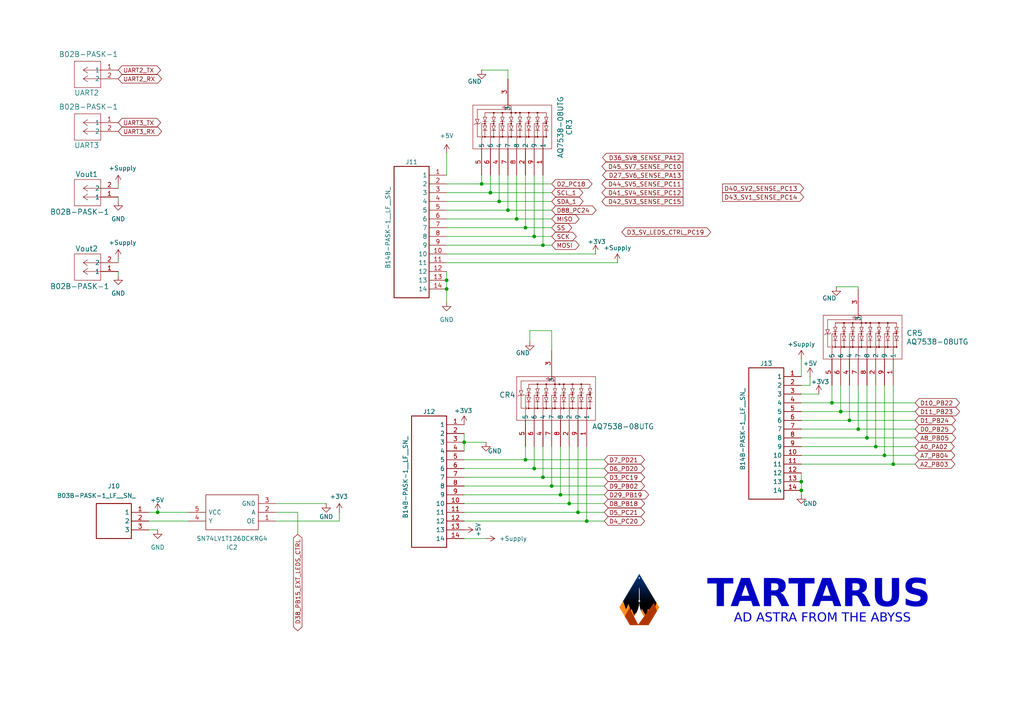
<source format=kicad_sch>
(kicad_sch (version 20250114) (generator "eeschema") (generator_version "9.0")
  (paper "A4")
  (lib_symbols
    (symbol "AQ7538-08UTG_2" (pin_names (offset 0.254))
      (property "Reference" "CR" (at 12.7 17.78 0))
      (property "Value" "AQ7538-08UTG" (at 12.7 15.24 0))
      (symbol "AQ7538-08UTG_2_0_1"
        (pin unspecified line (at 0 0 0) (length 7.62) (name "3") (number "3"))
        (pin unspecified line (at 27.94 10.16 180) (length 7.62) (name "1") (number "1"))
        (pin unspecified line (at 27.94 7.62 180) (length 7.62) (name "9") (number "9"))
        (pin unspecified line (at 27.94 5.08 180) (length 7.62) (name "2") (number "2"))
        (pin unspecified line (at 27.94 2.54 180) (length 7.62) (name "8") (number "8"))
        (pin unspecified line (at 27.94 0 180) (length 7.62) (name "7") (number "7"))
        (pin unspecified line (at 27.94 -2.54 180) (length 7.62) (name "4") (number "4"))
        (pin unspecified line (at 27.94 -5.08 180) (length 7.62) (name "6") (number "6"))
        (pin unspecified line (at 27.94 -7.62 180) (length 7.62) (name "5") (number "5"))
      )
    )
    (symbol "AQ7538-08UTG_3" (pin_names (offset 0.254))
      (property "Reference" "CR" (at 12.7 17.78 0))
      (property "Value" "AQ7538-08UTG" (at 12.7 15.24 0))
      (symbol "AQ7538-08UTG_3_0_1"
        (pin unspecified line (at 0 0 0) (length 7.62) (name "3") (number "3"))
        (pin unspecified line (at 27.94 10.16 180) (length 7.62) (name "1") (number "1"))
        (pin unspecified line (at 27.94 7.62 180) (length 7.62) (name "9") (number "9"))
        (pin unspecified line (at 27.94 5.08 180) (length 7.62) (name "2") (number "2"))
        (pin unspecified line (at 27.94 2.54 180) (length 7.62) (name "8") (number "8"))
        (pin unspecified line (at 27.94 0 180) (length 7.62) (name "7") (number "7"))
        (pin unspecified line (at 27.94 -2.54 180) (length 7.62) (name "4") (number "4"))
        (pin unspecified line (at 27.94 -5.08 180) (length 7.62) (name "6") (number "6"))
        (pin unspecified line (at 27.94 -7.62 180) (length 7.62) (name "5") (number "5"))
      )
    )
    (symbol "AQ7538_08UTG:AQ7538-08UTG" (pin_names (offset 0.254))
      (property "Reference" "CR" (at 12.7 17.78 0))
      (property "Value" "AQ7538-08UTG" (at 12.7 15.24 0))
      (symbol "AQ7538-08UTG_0_1"
        (pin unspecified line (at 0 0 0) (length 7.62) (name "3") (number "3"))
        (pin unspecified line (at 27.94 10.16 180) (length 7.62) (name "1") (number "1"))
        (pin unspecified line (at 27.94 7.62 180) (length 7.62) (name "9") (number "9"))
        (pin unspecified line (at 27.94 5.08 180) (length 7.62) (name "2") (number "2"))
        (pin unspecified line (at 27.94 2.54 180) (length 7.62) (name "8") (number "8"))
        (pin unspecified line (at 27.94 0 180) (length 7.62) (name "7") (number "7"))
        (pin unspecified line (at 27.94 -2.54 180) (length 7.62) (name "4") (number "4"))
        (pin unspecified line (at 27.94 -5.08 180) (length 7.62) (name "6") (number "6"))
        (pin unspecified line (at 27.94 -7.62 180) (length 7.62) (name "5") (number "5"))
      )
    )
    (symbol "B03B-PASK-1_LF__SN_:B03B-PASK-1_LF__SN_"
      (property "Reference" "J" (at 16.51 7.62 0))
      (property "Value" "B03B-PASK-1_LF__SN_" (at 16.51 5.08 0))
      (symbol "B03B-PASK-1_LF__SN__1_1"
        (pin passive line (at 0 0 0) (length 5.08) (name "3") (number "3"))
        (pin passive line (at 0 -2.54 0) (length 5.08) (name "2") (number "2"))
        (pin passive line (at 0 -5.08 0) (length 5.08) (name "1") (number "1"))
      )
    )
    (symbol "B14B-PASK-1__LF__SN_:B14B-PASK-1__LF__SN_"
      (property "Reference" "J9" (at 10.16 -36.83 0))
      (property "Value" "B14B-PASK-1__LF__SN_" (at 17.018 -17.78 90))
      (symbol "B14B-PASK-1__LF__SN__1_1"
        (pin passive line (at 0 0 0) (length 5.08) (name "14") (number "14"))
        (pin passive line (at 0 -2.54 0) (length 5.08) (name "13") (number "13"))
        (pin passive line (at 0 -5.08 0) (length 5.08) (name "12") (number "12"))
        (pin passive line (at 0 -7.62 0) (length 5.08) (name "11") (number "11"))
        (pin passive line (at 0 -10.16 0) (length 5.08) (name "10") (number "10"))
        (pin passive line (at 0 -12.7 0) (length 5.08) (name "9") (number "9"))
        (pin passive line (at 0 -15.24 0) (length 5.08) (name "8") (number "8"))
        (pin passive line (at 0 -17.78 0) (length 5.08) (name "7") (number "7"))
        (pin passive line (at 0 -20.32 0) (length 5.08) (name "6") (number "6"))
        (pin passive line (at 0 -22.86 0) (length 5.08) (name "5") (number "5"))
        (pin passive line (at 0 -25.4 0) (length 5.08) (name "4") (number "4"))
        (pin passive line (at 0 -27.94 0) (length 5.08) (name "3") (number "3"))
        (pin passive line (at 0 -30.48 0) (length 5.08) (name "2") (number "2"))
        (pin passive line (at 0 -33.02 0) (length 5.08) (name "1") (number "1"))
      )
    )
    (symbol "Cosmos Schematic Symbols_V2:B02B-PASK-1" (pin_names (offset 0.254))
      (property "Reference" "J" (at 8.636 3.556 0))
      (property "Value" "B02B-PASK-1" (at 9.144 -6.604 0))
      (symbol "B02B-PASK-1_1_1"
        (pin unspecified line (at 0 0 0) (length 5.08) (name "1") (number "1"))
        (pin unspecified line (at 0 -2.54 0) (length 5.08) (name "2") (number "2"))
      )
      (symbol "B02B-PASK-1_1_2"
        (pin unspecified line (at 0 0 0) (length 5.08) (name "1") (number "1"))
        (pin unspecified line (at 0 -2.54 0) (length 5.08) (name "2") (number "2"))
      )
    )
    (symbol "SN74LV1T126DCKRG4:SN74LV1T126DCKRG4" (pin_names (offset 0.762))
      (property "Reference" "IC" (at 21.59 7.62 0))
      (property "Value" "SN74LV1T126DCKRG4" (at 21.59 5.08 0))
      (symbol "SN74LV1T126DCKRG4_0_0"
        (pin passive line (at 0 0 0) (length 5.08) (name "OE") (number "1"))
        (pin passive line (at 0 -2.54 0) (length 5.08) (name "A") (number "2"))
        (pin passive line (at 0 -5.08 0) (length 5.08) (name "GND") (number "3"))
        (pin passive line (at 25.4 0 180) (length 5.08) (name "Y") (number "4"))
        (pin passive line (at 25.4 -2.54 180) (length 5.08) (name "VCC") (number "5"))
      )
    )
    (symbol "power:+12V" (power) (pin_numbers (hide yes)) (pin_names (offset 0) (hide yes))
      (property "Value" "+12V" (at 0 3.556 0))
      (symbol "+12V_1_1"
        (pin power_in line (at 0 0 90) (length 0) (name "~") (number "1"))
      )
    )
    (symbol "power:+3.3V" (power) (pin_numbers (hide yes)) (pin_names (offset 0) (hide yes))
      (property "Value" "+3.3V" (at 0 3.556 0))
      (symbol "+3.3V_1_1"
        (pin power_in line (at 0 0 90) (length 0) (name "~") (number "1"))
      )
    )
    (symbol "power:+3V3" (power) (pin_numbers (hide yes)) (pin_names (offset 0) (hide yes))
      (property "Value" "+3V3" (at 0 3.556 0))
      (symbol "+3V3_1_1"
        (pin power_in line (at 0 0 90) (length 0) (name "~") (number "1"))
      )
    )
    (symbol "power:+5V" (power) (pin_numbers (hide yes)) (pin_names (offset 0) (hide yes))
      (property "Value" "+5V" (at 0 3.556 0))
      (symbol "+5V_1_1"
        (pin power_in line (at 0 0 90) (length 0) (name "~") (number "1"))
      )
    )
    (symbol "power:GND" (power) (pin_numbers (hide yes)) (pin_names (offset 0) (hide yes))
      (property "Value" "GND" (at 0 -3.81 0))
      (symbol "GND_1_1"
        (pin power_in line (at 0 0 270) (length 0) (name "~") (number "1"))
      )
    )
  )
  (text "AD ASTRA FROM THE ABYSS" (at 238.506 180.086 0) (effects (font (size 2.6 2.6))))
  (text "TARTARUS" (at 237.49 174.752 0) (effects (font (size 8 8) (thickness 1.6) (bold yes))))
  (junction (at 167.64 148.59))
  (junction (at 256.54 132.08))
  (junction (at 165.1 146.05))
  (junction (at 243.84 119.38))
  (junction (at 160.02 140.97))
  (junction (at 152.4 66.04))
  (junction (at 157.48 71.12))
  (junction (at 248.92 124.46))
  (junction (at 154.94 68.58))
  (junction (at 246.38 121.92))
  (junction (at 129.54 81.28))
  (junction (at 254 129.54))
  (junction (at 162.56 143.51))
  (junction (at 134.62 128.27))
  (junction (at 170.18 151.13))
  (junction (at 149.86 63.5))
  (junction (at 232.41 139.7))
  (junction (at 154.94 135.89))
  (junction (at 45.72 148.59))
  (junction (at 259.08 134.62))
  (junction (at 232.41 142.24))
  (junction (at 241.3 116.84))
  (junction (at 251.46 127))
  (junction (at 144.78 58.42))
  (junction (at 157.48 138.43))
  (junction (at 147.32 60.96))
  (junction (at 139.7 53.34))
  (junction (at 142.24 55.88))
  (junction (at 152.4 133.35))
  (junction (at 129.54 83.82))
  (wire (pts (xy 243.84 119.38) (xy 265.43 119.38)))
  (wire (pts (xy 256.54 132.08) (xy 265.43 132.08)))
  (wire (pts (xy 232.41 132.08) (xy 256.54 132.08)))
  (wire (pts (xy 134.62 146.05) (xy 165.1 146.05)))
  (wire (pts (xy 139.7 53.34) (xy 160.02 53.34)))
  (wire (pts (xy 129.54 55.88) (xy 142.24 55.88)))
  (wire (pts (xy 134.62 133.35) (xy 152.4 133.35)))
  (wire (pts (xy 147.32 20.32) (xy 147.32 22.86)))
  (wire (pts (xy 149.86 63.5) (xy 160.02 63.5)))
  (wire (pts (xy 157.48 71.12) (xy 160.02 71.12)))
  (wire (pts (xy 142.24 50.8) (xy 142.24 55.88)))
  (wire (pts (xy 154.94 50.8) (xy 154.94 68.58)))
  (wire (pts (xy 232.41 111.76) (xy 234.95 111.76)))
  (wire (pts (xy 34.29 57.15) (xy 34.29 58.42)))
  (wire (pts (xy 232.41 129.54) (xy 254 129.54)))
  (wire (pts (xy 134.62 156.21) (xy 140.97 156.21)))
  (wire (pts (xy 254 129.54) (xy 265.43 129.54)))
  (wire (pts (xy 144.78 58.42) (xy 160.02 58.42)))
  (wire (pts (xy 251.46 127) (xy 265.43 127)))
  (wire (pts (xy 152.4 129.54) (xy 152.4 133.35)))
  (wire (pts (xy 134.62 140.97) (xy 160.02 140.97)))
  (wire (pts (xy 246.38 121.92) (xy 265.43 121.92)))
  (wire (pts (xy 129.54 58.42) (xy 144.78 58.42)))
  (wire (pts (xy 147.32 50.8) (xy 147.32 60.96)))
  (wire (pts (xy 34.29 53.34) (xy 34.29 54.61)))
  (wire (pts (xy 251.46 111.76) (xy 251.46 127)))
  (wire (pts (xy 232.41 114.3) (xy 237.49 114.3)))
  (wire (pts (xy 98.425 151.13) (xy 98.425 148.59)))
  (wire (pts (xy 153.67 95.885) (xy 160.02 95.885)))
  (wire (pts (xy 170.18 151.13) (xy 175.26 151.13)))
  (wire (pts (xy 129.54 60.96) (xy 147.32 60.96)))
  (wire (pts (xy 259.08 134.62) (xy 265.43 134.62)))
  (wire (pts (xy 232.41 104.14) (xy 232.41 109.22)))
  (wire (pts (xy 144.78 50.8) (xy 144.78 58.42)))
  (wire (pts (xy 232.41 127) (xy 251.46 127)))
  (wire (pts (xy 234.95 109.22) (xy 234.95 111.76)))
  (wire (pts (xy 248.92 124.46) (xy 265.43 124.46)))
  (wire (pts (xy 129.54 71.12) (xy 157.48 71.12)))
  (wire (pts (xy 134.62 151.13) (xy 170.18 151.13)))
  (wire (pts (xy 232.41 124.46) (xy 248.92 124.46)))
  (wire (pts (xy 34.29 78.74) (xy 34.29 80.01)))
  (wire (pts (xy 129.54 44.45) (xy 129.54 50.8)))
  (wire (pts (xy 129.54 81.28) (xy 129.54 83.82)))
  (wire (pts (xy 259.08 111.76) (xy 259.08 134.62)))
  (wire (pts (xy 134.62 138.43) (xy 157.48 138.43)))
  (wire (pts (xy 129.54 68.58) (xy 154.94 68.58)))
  (wire (pts (xy 134.62 128.27) (xy 140.97 128.27)))
  (wire (pts (xy 232.41 116.84) (xy 241.3 116.84)))
  (wire (pts (xy 80.01 151.13) (xy 98.425 151.13)))
  (wire (pts (xy 157.48 129.54) (xy 157.48 138.43)))
  (wire (pts (xy 157.48 138.43) (xy 175.26 138.43)))
  (wire (pts (xy 147.32 60.96) (xy 160.02 60.96)))
  (wire (pts (xy 129.54 66.04) (xy 152.4 66.04)))
  (wire (pts (xy 162.56 129.54) (xy 162.56 143.51)))
  (wire (pts (xy 129.54 83.82) (xy 129.54 87.63)))
  (wire (pts (xy 134.62 128.27) (xy 134.62 130.81)))
  (wire (pts (xy 153.67 99.06) (xy 153.67 95.885)))
  (wire (pts (xy 154.94 68.58) (xy 160.02 68.58)))
  (wire (pts (xy 232.41 119.38) (xy 243.84 119.38)))
  (wire (pts (xy 160.02 129.54) (xy 160.02 140.97)))
  (wire (pts (xy 165.1 146.05) (xy 175.26 146.05)))
  (wire (pts (xy 256.54 111.76) (xy 256.54 132.08)))
  (wire (pts (xy 246.38 111.76) (xy 246.38 121.92)))
  (wire (pts (xy 232.41 121.92) (xy 246.38 121.92)))
  (wire (pts (xy 34.29 74.93) (xy 34.29 76.2)))
  (wire (pts (xy 45.72 148.59) (xy 43.18 148.59)))
  (wire (pts (xy 129.54 78.74) (xy 129.54 81.28)))
  (wire (pts (xy 248.92 83.185) (xy 248.92 83.82)))
  (wire (pts (xy 160.02 95.885) (xy 160.02 101.6)))
  (wire (pts (xy 167.64 129.54) (xy 167.64 148.59)))
  (wire (pts (xy 170.18 129.54) (xy 170.18 151.13)))
  (wire (pts (xy 142.24 55.88) (xy 160.02 55.88)))
  (wire (pts (xy 241.3 111.76) (xy 241.3 116.84)))
  (wire (pts (xy 248.92 111.76) (xy 248.92 124.46)))
  (wire (pts (xy 165.1 129.54) (xy 165.1 146.05)))
  (wire (pts (xy 232.41 139.7) (xy 232.41 142.24)))
  (wire (pts (xy 134.62 148.59) (xy 167.64 148.59)))
  (wire (pts (xy 149.86 50.8) (xy 149.86 63.5)))
  (wire (pts (xy 157.48 50.8) (xy 157.48 71.12)))
  (wire (pts (xy 129.54 63.5) (xy 149.86 63.5)))
  (wire (pts (xy 54.61 148.59) (xy 45.72 148.59)))
  (wire (pts (xy 80.01 146.05) (xy 94.615 146.05)))
  (wire (pts (xy 232.41 142.24) (xy 232.41 143.51)))
  (wire (pts (xy 162.56 143.51) (xy 175.26 143.51)))
  (wire (pts (xy 139.7 50.8) (xy 139.7 53.34)))
  (wire (pts (xy 86.36 148.59) (xy 86.36 154.94)))
  (wire (pts (xy 241.3 116.84) (xy 265.43 116.84)))
  (wire (pts (xy 152.4 133.35) (xy 175.26 133.35)))
  (wire (pts (xy 232.41 134.62) (xy 259.08 134.62)))
  (wire (pts (xy 129.54 73.66) (xy 172.72 73.66)))
  (wire (pts (xy 129.54 76.2) (xy 179.07 76.2)))
  (wire (pts (xy 43.18 151.13) (xy 54.61 151.13)))
  (wire (pts (xy 242.57 83.185) (xy 248.92 83.185)))
  (wire (pts (xy 43.18 153.67) (xy 45.72 153.67)))
  (wire (pts (xy 134.62 143.51) (xy 162.56 143.51)))
  (wire (pts (xy 152.4 66.04) (xy 160.02 66.04)))
  (wire (pts (xy 152.4 50.8) (xy 152.4 66.04)))
  (wire (pts (xy 129.54 53.34) (xy 139.7 53.34)))
  (wire (pts (xy 167.64 148.59) (xy 175.26 148.59)))
  (wire (pts (xy 134.62 135.89) (xy 154.94 135.89)))
  (wire (pts (xy 254 111.76) (xy 254 129.54)))
  (wire (pts (xy 139.7 20.32) (xy 147.32 20.32)))
  (wire (pts (xy 154.94 135.89) (xy 175.26 135.89)))
  (wire (pts (xy 160.02 140.97) (xy 175.26 140.97)))
  (wire (pts (xy 243.84 111.76) (xy 243.84 119.38)))
  (wire (pts (xy 232.41 137.16) (xy 232.41 139.7)))
  (wire (pts (xy 80.01 148.59) (xy 86.36 148.59)))
  (wire (pts (xy 154.94 129.54) (xy 154.94 135.89)))
  (wire (pts (xy 134.62 125.73) (xy 134.62 128.27)))
  (image (at 185.42 175.26) (scale 0.0421478))
  (global_label "D2_PC18" (shape bidirectional) (at 160.02 53.34 0) (effects (font (size 1.2446 1.2446))) (property "Intersheetrefs" "${INTERSHEET_REFS}" (effects (hide yes))))
  (global_label "A2_PB03" (shape bidirectional) (at 265.43 134.62 0) (effects (font (size 1.2446 1.2446))) (property "Intersheetrefs" "${INTERSHEET_REFS}" (effects (hide yes))))
  (global_label "D45_SV7_SENSE_PC10" (shape output) (at 198.12 48.26 180) (property "Intersheetrefs" "${INTERSHEET_REFS}" (effects (hide yes))))
  (global_label "D36_SV8_SENSE_PA12" (shape output) (at 198.12 45.72 180) (property "Intersheetrefs" "${INTERSHEET_REFS}" (effects (hide yes))))
  (global_label "D3_PC19" (shape bidirectional) (at 175.26 138.43 0) (effects (font (size 1.2446 1.2446))) (property "Intersheetrefs" "${INTERSHEET_REFS}" (effects (hide yes))))
  (global_label "D0_PB25" (shape bidirectional) (at 265.43 124.46 0) (effects (font (size 1.2446 1.2446))) (property "Intersheetrefs" "${INTERSHEET_REFS}" (effects (hide yes))))
  (global_label "D8_PB18" (shape bidirectional) (at 175.26 146.05 0) (effects (font (size 1.2446 1.2446))) (property "Intersheetrefs" "${INTERSHEET_REFS}" (effects (hide yes))))
  (global_label "UART2_TX" (shape bidirectional) (at 34.29 20.32 0) (effects (font (size 1.2446 1.2446))) (property "Intersheetrefs" "${INTERSHEET_REFS}" (effects (hide yes))))
  (global_label "D5_PC21" (shape bidirectional) (at 175.26 148.59 0) (effects (font (size 1.2446 1.2446))) (property "Intersheetrefs" "${INTERSHEET_REFS}" (effects (hide yes))))
  (global_label "D6_PD20" (shape bidirectional) (at 175.26 135.89 0) (effects (font (size 1.2446 1.2446))) (property "Intersheetrefs" "${INTERSHEET_REFS}" (effects (hide yes))))
  (global_label "UART3_RX" (shape bidirectional) (at 34.29 38.1 0) (effects (font (size 1.2446 1.2446))) (property "Intersheetrefs" "${INTERSHEET_REFS}" (effects (hide yes))))
  (global_label "D3_SV_LEDS_CTRL_PC19" (shape bidirectional) (at 180.34 67.31 0) (effects (font (size 1.2446 1.2446))) (property "Intersheetrefs" "${INTERSHEET_REFS}" (effects (hide yes))))
  (global_label "SCK" (shape bidirectional) (at 160.02 68.58 0) (effects (font (size 1.2446 1.2446))) (property "Intersheetrefs" "${INTERSHEET_REFS}" (effects (hide yes))))
  (global_label "D1_PB24" (shape bidirectional) (at 265.43 121.92 0) (effects (font (size 1.2446 1.2446))) (property "Intersheetrefs" "${INTERSHEET_REFS}" (effects (hide yes))))
  (global_label "D44_SV5_SENSE_PC11" (shape output) (at 198.12 53.34 180) (property "Intersheetrefs" "${INTERSHEET_REFS}" (effects (hide yes))))
  (global_label "D42_SV3_SENSE_PC15" (shape output) (at 198.12 58.42 180) (property "Intersheetrefs" "${INTERSHEET_REFS}" (effects (hide yes))))
  (global_label "D9_PB02" (shape bidirectional) (at 175.26 140.97 0) (effects (font (size 1.2446 1.2446))) (property "Intersheetrefs" "${INTERSHEET_REFS}" (effects (hide yes))))
  (global_label "D40_SV2_SENSE_PC13" (shape output) (at 209.55 54.61 0) (property "Intersheetrefs" "${INTERSHEET_REFS}" (effects (hide yes))))
  (global_label "D27_SV6_SENSE_PA13" (shape output) (at 198.12 50.8 180) (property "Intersheetrefs" "${INTERSHEET_REFS}" (effects (hide yes))))
  (global_label "D41_SV4_SENSE_PC12" (shape output) (at 198.12 55.88 180) (property "Intersheetrefs" "${INTERSHEET_REFS}" (effects (hide yes))))
  (global_label "A0_PA02" (shape bidirectional) (at 265.43 129.54 0) (effects (font (size 1.2446 1.2446))) (property "Intersheetrefs" "${INTERSHEET_REFS}" (effects (hide yes))))
  (global_label "SCL_1" (shape bidirectional) (at 160.02 55.88 0) (effects (font (size 1.2446 1.2446))) (property "Intersheetrefs" "${INTERSHEET_REFS}" (effects (hide yes))))
  (global_label "D88_PC24" (shape bidirectional) (at 160.02 60.96 0) (effects (font (size 1.2446 1.2446))) (property "Intersheetrefs" "${INTERSHEET_REFS}" (effects (hide yes))))
  (global_label "D11_PB23" (shape bidirectional) (at 265.43 119.38 0) (effects (font (size 1.2446 1.2446))) (property "Intersheetrefs" "${INTERSHEET_REFS}" (effects (hide yes))))
  (global_label "UART3_TX" (shape bidirectional) (at 34.29 35.56 0) (effects (font (size 1.2446 1.2446))) (property "Intersheetrefs" "${INTERSHEET_REFS}" (effects (hide yes))))
  (global_label "D43_SV1_SENSE_PC14" (shape output) (at 209.55 57.15 0) (property "Intersheetrefs" "${INTERSHEET_REFS}" (effects (hide yes))))
  (global_label "D7_PD21" (shape bidirectional) (at 175.26 133.35 0) (effects (font (size 1.2446 1.2446))) (property "Intersheetrefs" "${INTERSHEET_REFS}" (effects (hide yes))))
  (global_label "A7_PB04" (shape bidirectional) (at 265.43 132.08 0) (effects (font (size 1.2446 1.2446))) (property "Intersheetrefs" "${INTERSHEET_REFS}" (effects (hide yes))))
  (global_label "D38_PB15_EXT_LEDS_CTRL" (shape bidirectional) (at 86.36 154.94 270) (effects (font (size 1.2446 1.2446))) (property "Intersheetrefs" "${INTERSHEET_REFS}" (effects (hide yes))))
  (global_label "SS" (shape bidirectional) (at 160.02 66.04 0) (effects (font (size 1.2446 1.2446))) (property "Intersheetrefs" "${INTERSHEET_REFS}" (effects (hide yes))))
  (global_label "A8_PB05" (shape bidirectional) (at 265.43 127 0) (property "Intersheetrefs" "${INTERSHEET_REFS}" (effects (hide yes))))
  (global_label "MOSI" (shape bidirectional) (at 160.02 71.12 0) (effects (font (size 1.2446 1.2446))) (property "Intersheetrefs" "${INTERSHEET_REFS}" (effects (hide yes))))
  (global_label "D10_PB22" (shape bidirectional) (at 265.43 116.84 0) (effects (font (size 1.2446 1.2446))) (property "Intersheetrefs" "${INTERSHEET_REFS}" (effects (hide yes))))
  (global_label "UART2_RX" (shape bidirectional) (at 34.29 22.86 0) (effects (font (size 1.2446 1.2446))) (property "Intersheetrefs" "${INTERSHEET_REFS}" (effects (hide yes))))
  (global_label "MISO" (shape bidirectional) (at 160.02 63.5 0) (effects (font (size 1.2446 1.2446))) (property "Intersheetrefs" "${INTERSHEET_REFS}" (effects (hide yes))))
  (global_label "D4_PC20" (shape bidirectional) (at 175.26 151.13 0) (effects (font (size 1.2446 1.2446))) (property "Intersheetrefs" "${INTERSHEET_REFS}" (effects (hide yes))))
  (global_label "D29_PB19" (shape bidirectional) (at 175.26 143.51 0) (effects (font (size 1.2446 1.2446))) (property "Intersheetrefs" "${INTERSHEET_REFS}" (effects (hide yes))))
  (global_label "SDA_1" (shape bidirectional) (at 160.02 58.42 0) (effects (font (size 1.2446 1.2446))) (property "Intersheetrefs" "${INTERSHEET_REFS}" (effects (hide yes))))
  (symbol (lib_id "B14B-PASK-1__LF__SN_:B14B-PASK-1__LF__SN_") (at 232.41 142.24 180) (unit 1)
    (property "Reference" "J13" (at 222.25 105.41 0))
    (property "Value" "B14B-PASK-1__LF__SN_" (at 215.392 124.46 90))
    (property "Footprint" "Barrett_Footprints:B14BPASK1LFSN" (effects (hide yes)))
    (property "Datasheet" "http://www.jst-mfg.com/product/pdf/eng/ePA-F.pdf" (effects (hide yes)))
    (property "Description" "JST Polyamide Series, 2mm Pitch 14 Way 1 Row Straight PCB Header, Solder Termination, 3A" (effects (hide yes)))
    (property "Height" "7.7" (effects (hide yes)))
    (property "Manufacturer_Name" "JST (JAPAN SOLDERLESS TERMINALS)" (effects (hide yes)))
    (property "Manufacturer_Part_Number" "B14B-PASK-1 (LF)(SN)" (effects (hide yes)))
  )
  (symbol (lib_id "AQ7538_08UTG:AQ7538-08UTG") (at 248.92 83.82 270) (unit 1)
    (property "Reference" "CR5" (at 262.89 96.5993 90) (effects (font (size 1.524 1.524)) (justify left)))
    (property "Value" "AQ7538-08UTG" (at 262.89 99.1393 90) (effects (font (size 1.524 1.524)) (justify left)))
    (property "Footprint" "Barrett_Footprints:uDFN-9_3p8x1p0_LTF" (effects (hide yes)))
    (property "Datasheet" "AQ7538-08UTG" (effects (hide yes)))
  )
  (symbol (lib_name "AQ7538-08UTG_2") (lib_id "AQ7538_08UTG:AQ7538-08UTG") (at 160.02 101.6 270) (unit 1)
    (property "Reference" "CR4" (at 144.78 114.554 90) (effects (font (size 1.524 1.524)) (justify left)))
    (property "Value" "AQ7538-08UTG" (at 171.704 123.698 90) (effects (font (size 1.524 1.524)) (justify left)))
    (property "Footprint" "Barrett_Footprints:uDFN-9_3p8x1p0_LTF" (effects (hide yes)))
    (property "Datasheet" "AQ7538-08UTG" (effects (hide yes)))
  )
  (symbol (lib_id "power:GND") (at 140.97 128.27 0) (unit 1)
    (property "Reference" "#PWR0225" (effects (hide yes)))
    (property "Value" "GND" (at 143.51 130.81 0))
    (property "Description" "Power symbol creates a global label with name \"GND\" , ground" (effects (hide yes)))
  )
  (symbol (lib_id "power:GND") (at 34.29 80.01 0) (unit 1)
    (property "Reference" "#PWR0215" (effects (hide yes)))
    (property "Value" "GND" (at 34.29 85.09 0))
    (property "Description" "Power symbol creates a global label with name \"GND\" , ground" (effects (hide yes)))
  )
  (symbol (lib_id "power:GND") (at 94.615 146.05 0) (unit 1)
    (property "Reference" "#PWR0218" (effects (hide yes)))
    (property "Value" "GND" (at 94.615 149.86 0))
    (property "Description" "Power symbol creates a global label with name \"GND\" , ground" (effects (hide yes)))
  )
  (symbol (lib_id "power:+5V") (at 45.72 148.59 0) (unit 1)
    (property "Reference" "#PWR0216" (effects (hide yes)))
    (property "Value" "+5V" (at 45.593 145.034 0))
    (property "Description" "Power symbol creates a global label with name \"+5V\"" (effects (hide yes)))
  )
  (symbol (lib_id "SN74LV1T126DCKRG4:SN74LV1T126DCKRG4") (at 80.01 151.13 180) (unit 1)
    (property "Reference" "IC2" (at 67.31 158.75 0))
    (property "Value" "SN74LV1T126DCKRG4" (at 67.31 156.21 0))
    (property "Footprint" "Barrett_Footprints:SOT65P210X110-5N" (effects (hide yes)))
    (property "Datasheet" "http://www.ti.com/lit/gpn/sn74lv1t126" (effects (hide yes)))
    (property "Description" "Single Power Supply, Single BUFFER GATE w/ 3-State Output (active high enable)" (effects (hide yes)))
    (property "Description_1" "Single Power Supply, Single BUFFER GATE w/ 3-State Output (active high enable)" (effects (hide yes)))
    (property "Height" "1.1" (effects (hide yes)))
    (property "Mouser Part Number" "595-74LV1T126DCKRG4" (effects (hide yes)))
    (property "Mouser Price/Stock" "https://www.mouser.co.uk/ProductDetail/Texas-Instruments/SN74LV1T126DCKRG4?qs=qSfuJ%252Bfl%2Fd7XMpUR4BtXdA%3D%3D" (effects (hide yes)))
    (property "Manufacturer_Name" "Texas Instruments" (effects (hide yes)))
    (property "Manufacturer_Part_Number" "SN74LV1T126DCKRG4" (effects (hide yes)))
  )
  (symbol (lib_name "AQ7538-08UTG_3") (lib_id "AQ7538_08UTG:AQ7538-08UTG") (at 147.32 22.86 270) (unit 1)
    (property "Reference" "CR3" (at 165.1 36.9094 0) (effects (font (size 1.524 1.524))))
    (property "Value" "AQ7538-08UTG" (at 162.56 36.9094 0) (effects (font (size 1.524 1.524))))
    (property "Footprint" "Barrett_Footprints:uDFN-9_3p8x1p0_LTF" (effects (hide yes)))
    (property "Datasheet" "AQ7538-08UTG" (effects (hide yes)))
  )
  (symbol (lib_id "power:+3.3V") (at 98.425 148.59 0) (unit 1)
    (property "Reference" "#PWR0219" (effects (hide yes)))
    (property "Value" "+3V3" (at 95.631 144.018 0) (effects (justify left)))
    (property "Description" "Power symbol creates a global label with name \"+3.3V\"" (effects (hide yes)))
  )
  (symbol (lib_id "power:+3.3V") (at 237.49 114.3 0) (unit 1)
    (property "Reference" "#PWR0232" (effects (hide yes)))
    (property "Value" "+3V3" (at 235.204 110.744 0) (effects (justify left)))
    (property "Description" "Power symbol creates a global label with name \"+3.3V\"" (effects (hide yes)))
  )
  (symbol (lib_id "power:+12V") (at 134.62 153.67 270) (unit 1)
    (property "Reference" "#PWR0223" (effects (hide yes)))
    (property "Value" "+5V" (at 138.684 153.67 0))
    (property "Description" "Power symbol creates a global label with name \"+12V\"" (effects (hide yes)))
  )
  (symbol (lib_id "power:+5V") (at 140.97 156.21 270) (unit 1)
    (property "Reference" "#PWR0226" (effects (hide yes)))
    (property "Value" "+Supply" (at 144.78 156.2099 90) (effects (justify left)))
    (property "Description" "Power symbol creates a global label with name \"+5V\"" (effects (hide yes)))
  )
  (symbol (lib_id "B14B-PASK-1__LF__SN_:B14B-PASK-1__LF__SN_") (at 134.62 156.21 180) (unit 1)
    (property "Reference" "J12" (at 124.46 119.38 0))
    (property "Value" "B14B-PASK-1__LF__SN_" (at 117.602 138.43 90))
    (property "Footprint" "Barrett_Footprints:B14BPASK1LFSN" (effects (hide yes)))
    (property "Datasheet" "http://www.jst-mfg.com/product/pdf/eng/ePA-F.pdf" (effects (hide yes)))
    (property "Description" "JST Polyamide Series, 2mm Pitch 14 Way 1 Row Straight PCB Header, Solder Termination, 3A" (effects (hide yes)))
    (property "Height" "7.7" (effects (hide yes)))
    (property "Manufacturer_Name" "JST (JAPAN SOLDERLESS TERMINALS)" (effects (hide yes)))
    (property "Manufacturer_Part_Number" "B14B-PASK-1 (LF)(SN)" (effects (hide yes)))
  )
  (symbol (lib_id "power:GND") (at 45.72 153.67 0) (unit 1)
    (property "Reference" "#PWR0217" (effects (hide yes)))
    (property "Value" "GND" (at 45.72 158.75 0))
    (property "Description" "Power symbol creates a global label with name \"GND\" , ground" (effects (hide yes)))
  )
  (symbol (lib_id "B03B-PASK-1_LF__SN_:B03B-PASK-1_LF__SN_") (at 43.18 153.67 180) (unit 1)
    (property "Reference" "J10" (at 33.02 140.97 0))
    (property "Value" "B03B-PASK-1_LF__SN_" (at 27.94 143.764 0))
    (property "Footprint" "B03B-PASK-1_LF__SN:B03BPASK1LFSN" (effects (hide yes)))
    (property "Datasheet" "http://www.jst-mfg.com/product/pdf/eng/ePA-F.pdf" (effects (hide yes)))
    (property "Description" "CONN HEADER PA 3POS TOP W/BOSS" (effects (hide yes)))
    (property "Height" "7" (effects (hide yes)))
    (property "Mouser Part Number" "306-B03BPASK1LFSN" (effects (hide yes)))
    (property "Mouser Price/Stock" "https://www.mouser.co.uk/ProductDetail/JST-Commercial/B03B-PASK-1LFSN?qs=QpmGXVUTftGMO7G00SnxEw%3D%3D" (effects (hide yes)))
    (property "Manufacturer_Name" "JST (JAPAN SOLDERLESS TERMINALS)" (effects (hide yes)))
    (property "Manufacturer_Part_Number" "B03B-PASK-1(LF)(SN)" (effects (hide yes)))
  )
  (symbol (lib_id "power:+5V") (at 179.07 76.2 0) (unit 1)
    (property "Reference" "#PWR0234" (effects (hide yes)))
    (property "Value" "+Supply" (at 179.07 71.882 0))
    (property "Description" "Power symbol creates a global label with name \"+5V\"" (effects (hide yes)))
  )
  (symbol (lib_id "power:+12V") (at 129.54 44.45 0) (unit 1)
    (property "Reference" "#PWR0220" (effects (hide yes)))
    (property "Value" "+5V" (at 129.54 39.37 0))
    (property "Description" "Power symbol creates a global label with name \"+12V\"" (effects (hide yes)))
  )
  (symbol (lib_id "power:GND") (at 232.41 143.51 0) (unit 1)
    (property "Reference" "#PWR0229" (effects (hide yes)))
    (property "Value" "GND" (at 234.95 146.05 0))
    (property "Description" "Power symbol creates a global label with name \"GND\" , ground" (effects (hide yes)))
  )
  (symbol (lib_id "Cosmos Schematic Symbols_V2:B02B-PASK-1") (at 34.29 20.32 0) (mirror y) (unit 1)
    (property "Reference" "UART2" (at 25.146 26.924 0) (effects (font (size 1.524 1.524))))
    (property "Value" "B02B-PASK-1" (at 25.654 15.748 0) (effects (font (size 1.524 1.524))))
    (property "Footprint" "Barrett_Footprints:CONN_B02B-PASK-1_JST" (effects (hide yes)))
    (property "Datasheet" "B02B-PASK-1" (effects (hide yes)))
  )
  (symbol (lib_id "Cosmos Schematic Symbols_V2:B02B-PASK-1") (at 34.29 35.56 0) (mirror y) (unit 1)
    (property "Reference" "UART3" (at 25.146 42.164 0) (effects (font (size 1.524 1.524))))
    (property "Value" "B02B-PASK-1" (at 25.654 30.988 0) (effects (font (size 1.524 1.524))))
    (property "Footprint" "Barrett_Footprints:CONN_B02B-PASK-1_JST" (effects (hide yes)))
    (property "Datasheet" "B02B-PASK-1" (effects (hide yes)))
  )
  (symbol (lib_id "power:GND") (at 153.67 99.06 0) (unit 1)
    (property "Reference" "#PWR0227" (effects (hide yes)))
    (property "Value" "GND" (at 151.638 102.362 0))
    (property "Description" "Power symbol creates a global label with name \"GND\" , ground" (effects (hide yes)))
  )
  (symbol (lib_id "power:+5V") (at 232.41 104.14 0) (unit 1)
    (property "Reference" "#PWR0231" (effects (hide yes)))
    (property "Value" "+Supply" (at 232.41 99.822 0))
    (property "Description" "Power symbol creates a global label with name \"+5V\"" (effects (hide yes)))
  )
  (symbol (lib_id "power:GND") (at 129.54 87.63 0) (unit 1)
    (property "Reference" "#PWR0221" (effects (hide yes)))
    (property "Value" "GND" (at 129.54 92.71 0))
    (property "Description" "Power symbol creates a global label with name \"GND\" , ground" (effects (hide yes)))
  )
  (symbol (lib_id "B14B-PASK-1__LF__SN_:B14B-PASK-1__LF__SN_") (at 129.54 83.82 180) (unit 1)
    (property "Reference" "J11" (at 119.38 46.99 0))
    (property "Value" "B14B-PASK-1__LF__SN_" (at 112.522 66.04 90))
    (property "Footprint" "Barrett_Footprints:B14BPASK1LFSN" (effects (hide yes)))
    (property "Datasheet" "http://www.jst-mfg.com/product/pdf/eng/ePA-F.pdf" (effects (hide yes)))
    (property "Description" "JST Polyamide Series, 2mm Pitch 14 Way 1 Row Straight PCB Header, Solder Termination, 3A" (effects (hide yes)))
    (property "Height" "7.7" (effects (hide yes)))
    (property "Manufacturer_Name" "JST (JAPAN SOLDERLESS TERMINALS)" (effects (hide yes)))
    (property "Manufacturer_Part_Number" "B14B-PASK-1 (LF)(SN)" (effects (hide yes)))
  )
  (symbol (lib_id "power:+3.3V") (at 34.29 53.34 0) (unit 1)
    (property "Reference" "#PWR0212" (effects (hide yes)))
    (property "Value" "+Supply" (at 31.496 48.768 0) (effects (justify left)))
    (property "Description" "Power symbol creates a global label with name \"+3.3V\"" (effects (hide yes)))
  )
  (symbol (lib_id "power:+3.3V") (at 172.72 73.66 0) (unit 1)
    (property "Reference" "#PWR0233" (effects (hide yes)))
    (property "Value" "+3V3" (at 170.434 70.104 0) (effects (justify left)))
    (property "Description" "Power symbol creates a global label with name \"+3.3V\"" (effects (hide yes)))
  )
  (symbol (lib_id "power:+3.3V") (at 34.29 74.93 0) (unit 1)
    (property "Reference" "#PWR0214" (effects (hide yes)))
    (property "Value" "+Supply" (at 31.496 70.358 0) (effects (justify left)))
    (property "Description" "Power symbol creates a global label with name \"+3.3V\"" (effects (hide yes)))
  )
  (symbol (lib_id "power:GND") (at 34.29 58.42 0) (unit 1)
    (property "Reference" "#PWR0213" (effects (hide yes)))
    (property "Value" "GND" (at 34.29 63.5 0))
    (property "Description" "Power symbol creates a global label with name \"GND\" , ground" (effects (hide yes)))
  )
  (symbol (lib_id "power:+12V") (at 234.95 109.22 0) (unit 1)
    (property "Reference" "#PWR0228" (effects (hide yes)))
    (property "Value" "+5V" (at 234.95 105.41 0))
    (property "Description" "Power symbol creates a global label with name \"+12V\"" (effects (hide yes)))
  )
  (symbol (lib_id "power:+3V3") (at 134.62 123.19 0) (unit 1)
    (property "Reference" "#PWR0222" (effects (hide yes)))
    (property "Value" "+3V3" (at 134.366 119.126 0))
    (property "Description" "Power symbol creates a global label with name \"+3V3\"" (effects (hide yes)))
  )
  (symbol (lib_id "power:GND") (at 242.57 83.185 0) (unit 1)
    (property "Reference" "#PWR0230" (effects (hide yes)))
    (property "Value" "GND" (at 240.538 86.487 0))
    (property "Description" "Power symbol creates a global label with name \"GND\" , ground" (effects (hide yes)))
  )
  (symbol (lib_id "Cosmos Schematic Symbols_V2:B02B-PASK-1") (at 34.29 78.74 180) (unit 1)
    (property "Reference" "Vout2" (at 25.146 72.136 0) (effects (font (size 1.524 1.524))))
    (property "Value" "B02B-PASK-1" (at 23.114 83.058 0) (effects (font (size 1.524 1.524))))
    (property "Footprint" "Barrett_Footprints:CONN_B02B-PASK-1_JST" (effects (hide yes)))
    (property "Datasheet" "B02B-PASK-1" (effects (hide yes)))
  )
  (symbol (lib_id "Cosmos Schematic Symbols_V2:B02B-PASK-1") (at 34.29 57.15 180) (unit 1)
    (property "Reference" "Vout1" (at 25.146 50.546 0) (effects (font (size 1.524 1.524))))
    (property "Value" "B02B-PASK-1" (at 23.114 61.468 0) (effects (font (size 1.524 1.524))))
    (property "Footprint" "Barrett_Footprints:CONN_B02B-PASK-1_JST" (effects (hide yes)))
    (property "Datasheet" "B02B-PASK-1" (effects (hide yes)))
  )
  (symbol (lib_id "power:GND") (at 139.7 20.32 0) (unit 1)
    (property "Reference" "#PWR0224" (effects (hide yes)))
    (property "Value" "GND" (at 137.668 23.622 0))
    (property "Description" "Power symbol creates a global label with name \"GND\" , ground" (effects (hide yes)))
  )
)
</source>
